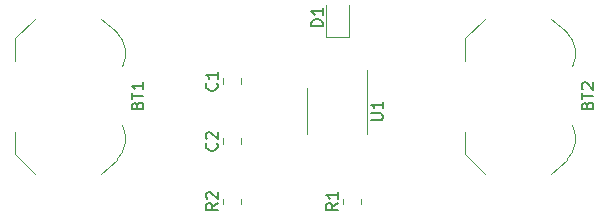
<source format=gbr>
%TF.GenerationSoftware,KiCad,Pcbnew,(5.1.10)-1*%
%TF.CreationDate,2021-10-03T20:45:00-07:00*%
%TF.ProjectId,IntroProject,496e7472-6f50-4726-9f6a-6563742e6b69,rev?*%
%TF.SameCoordinates,Original*%
%TF.FileFunction,Legend,Top*%
%TF.FilePolarity,Positive*%
%FSLAX46Y46*%
G04 Gerber Fmt 4.6, Leading zero omitted, Abs format (unit mm)*
G04 Created by KiCad (PCBNEW (5.1.10)-1) date 2021-10-03 20:45:00*
%MOMM*%
%LPD*%
G01*
G04 APERTURE LIST*
%ADD10C,0.120000*%
%ADD11C,0.150000*%
G04 APERTURE END LIST*
D10*
%TO.C,BT1*%
X136950000Y-97990000D02*
X135300000Y-96340000D01*
X135300000Y-86540000D02*
X136950000Y-84890000D01*
X135300000Y-86540000D02*
X135300000Y-88440000D01*
X135300000Y-96340000D02*
X135300000Y-94440000D01*
X142550000Y-97990000D02*
X143900000Y-96840000D01*
X142550000Y-84890000D02*
X143900000Y-86040000D01*
X144396458Y-88938306D02*
G75*
G03*
X143900000Y-86040000I-2296458J1098306D01*
G01*
X144397607Y-93944098D02*
G75*
G02*
X143900000Y-96840000I-2297607J-1095902D01*
G01*
%TO.C,BT2*%
X180650000Y-84890000D02*
X182000000Y-86040000D01*
X180650000Y-97990000D02*
X182000000Y-96840000D01*
X173400000Y-96340000D02*
X173400000Y-94440000D01*
X173400000Y-86540000D02*
X173400000Y-88440000D01*
X173400000Y-86540000D02*
X175050000Y-84890000D01*
X175050000Y-97990000D02*
X173400000Y-96340000D01*
X182497607Y-93944098D02*
G75*
G02*
X182000000Y-96840000I-2297607J-1095902D01*
G01*
X182496458Y-88938306D02*
G75*
G03*
X182000000Y-86040000I-2296458J1098306D01*
G01*
%TO.C,C1*%
X152935000Y-90431252D02*
X152935000Y-89908748D01*
X154405000Y-90431252D02*
X154405000Y-89908748D01*
%TO.C,C2*%
X154405000Y-95511252D02*
X154405000Y-94988748D01*
X152935000Y-95511252D02*
X152935000Y-94988748D01*
%TO.C,D1*%
X163520000Y-86442500D02*
X163520000Y-83757500D01*
X161600000Y-86442500D02*
X163520000Y-86442500D01*
X161600000Y-83757500D02*
X161600000Y-86442500D01*
%TO.C,R1*%
X164565000Y-100557064D02*
X164565000Y-100102936D01*
X163095000Y-100557064D02*
X163095000Y-100102936D01*
%TO.C,R2*%
X152935000Y-100557064D02*
X152935000Y-100102936D01*
X154405000Y-100557064D02*
X154405000Y-100102936D01*
%TO.C,U1*%
X165120000Y-92710000D02*
X165120000Y-89260000D01*
X165120000Y-92710000D02*
X165120000Y-94660000D01*
X160000000Y-92710000D02*
X160000000Y-90760000D01*
X160000000Y-92710000D02*
X160000000Y-94660000D01*
%TO.C,BT1*%
D11*
X145628571Y-92225714D02*
X145676190Y-92082857D01*
X145723809Y-92035238D01*
X145819047Y-91987619D01*
X145961904Y-91987619D01*
X146057142Y-92035238D01*
X146104761Y-92082857D01*
X146152380Y-92178095D01*
X146152380Y-92559047D01*
X145152380Y-92559047D01*
X145152380Y-92225714D01*
X145200000Y-92130476D01*
X145247619Y-92082857D01*
X145342857Y-92035238D01*
X145438095Y-92035238D01*
X145533333Y-92082857D01*
X145580952Y-92130476D01*
X145628571Y-92225714D01*
X145628571Y-92559047D01*
X145152380Y-91701904D02*
X145152380Y-91130476D01*
X146152380Y-91416190D02*
X145152380Y-91416190D01*
X146152380Y-90273333D02*
X146152380Y-90844761D01*
X146152380Y-90559047D02*
X145152380Y-90559047D01*
X145295238Y-90654285D01*
X145390476Y-90749523D01*
X145438095Y-90844761D01*
%TO.C,BT2*%
X183728571Y-92225714D02*
X183776190Y-92082857D01*
X183823809Y-92035238D01*
X183919047Y-91987619D01*
X184061904Y-91987619D01*
X184157142Y-92035238D01*
X184204761Y-92082857D01*
X184252380Y-92178095D01*
X184252380Y-92559047D01*
X183252380Y-92559047D01*
X183252380Y-92225714D01*
X183300000Y-92130476D01*
X183347619Y-92082857D01*
X183442857Y-92035238D01*
X183538095Y-92035238D01*
X183633333Y-92082857D01*
X183680952Y-92130476D01*
X183728571Y-92225714D01*
X183728571Y-92559047D01*
X183252380Y-91701904D02*
X183252380Y-91130476D01*
X184252380Y-91416190D02*
X183252380Y-91416190D01*
X183347619Y-90844761D02*
X183300000Y-90797142D01*
X183252380Y-90701904D01*
X183252380Y-90463809D01*
X183300000Y-90368571D01*
X183347619Y-90320952D01*
X183442857Y-90273333D01*
X183538095Y-90273333D01*
X183680952Y-90320952D01*
X184252380Y-90892380D01*
X184252380Y-90273333D01*
%TO.C,C1*%
X152347142Y-90336666D02*
X152394761Y-90384285D01*
X152442380Y-90527142D01*
X152442380Y-90622380D01*
X152394761Y-90765238D01*
X152299523Y-90860476D01*
X152204285Y-90908095D01*
X152013809Y-90955714D01*
X151870952Y-90955714D01*
X151680476Y-90908095D01*
X151585238Y-90860476D01*
X151490000Y-90765238D01*
X151442380Y-90622380D01*
X151442380Y-90527142D01*
X151490000Y-90384285D01*
X151537619Y-90336666D01*
X152442380Y-89384285D02*
X152442380Y-89955714D01*
X152442380Y-89670000D02*
X151442380Y-89670000D01*
X151585238Y-89765238D01*
X151680476Y-89860476D01*
X151728095Y-89955714D01*
%TO.C,C2*%
X152347142Y-95416666D02*
X152394761Y-95464285D01*
X152442380Y-95607142D01*
X152442380Y-95702380D01*
X152394761Y-95845238D01*
X152299523Y-95940476D01*
X152204285Y-95988095D01*
X152013809Y-96035714D01*
X151870952Y-96035714D01*
X151680476Y-95988095D01*
X151585238Y-95940476D01*
X151490000Y-95845238D01*
X151442380Y-95702380D01*
X151442380Y-95607142D01*
X151490000Y-95464285D01*
X151537619Y-95416666D01*
X151537619Y-95035714D02*
X151490000Y-94988095D01*
X151442380Y-94892857D01*
X151442380Y-94654761D01*
X151490000Y-94559523D01*
X151537619Y-94511904D01*
X151632857Y-94464285D01*
X151728095Y-94464285D01*
X151870952Y-94511904D01*
X152442380Y-95083333D01*
X152442380Y-94464285D01*
%TO.C,D1*%
X161362380Y-85495595D02*
X160362380Y-85495595D01*
X160362380Y-85257500D01*
X160410000Y-85114642D01*
X160505238Y-85019404D01*
X160600476Y-84971785D01*
X160790952Y-84924166D01*
X160933809Y-84924166D01*
X161124285Y-84971785D01*
X161219523Y-85019404D01*
X161314761Y-85114642D01*
X161362380Y-85257500D01*
X161362380Y-85495595D01*
X161362380Y-83971785D02*
X161362380Y-84543214D01*
X161362380Y-84257500D02*
X160362380Y-84257500D01*
X160505238Y-84352738D01*
X160600476Y-84447976D01*
X160648095Y-84543214D01*
%TO.C,R1*%
X162632380Y-100496666D02*
X162156190Y-100830000D01*
X162632380Y-101068095D02*
X161632380Y-101068095D01*
X161632380Y-100687142D01*
X161680000Y-100591904D01*
X161727619Y-100544285D01*
X161822857Y-100496666D01*
X161965714Y-100496666D01*
X162060952Y-100544285D01*
X162108571Y-100591904D01*
X162156190Y-100687142D01*
X162156190Y-101068095D01*
X162632380Y-99544285D02*
X162632380Y-100115714D01*
X162632380Y-99830000D02*
X161632380Y-99830000D01*
X161775238Y-99925238D01*
X161870476Y-100020476D01*
X161918095Y-100115714D01*
%TO.C,R2*%
X152472380Y-100496666D02*
X151996190Y-100830000D01*
X152472380Y-101068095D02*
X151472380Y-101068095D01*
X151472380Y-100687142D01*
X151520000Y-100591904D01*
X151567619Y-100544285D01*
X151662857Y-100496666D01*
X151805714Y-100496666D01*
X151900952Y-100544285D01*
X151948571Y-100591904D01*
X151996190Y-100687142D01*
X151996190Y-101068095D01*
X151567619Y-100115714D02*
X151520000Y-100068095D01*
X151472380Y-99972857D01*
X151472380Y-99734761D01*
X151520000Y-99639523D01*
X151567619Y-99591904D01*
X151662857Y-99544285D01*
X151758095Y-99544285D01*
X151900952Y-99591904D01*
X152472380Y-100163333D01*
X152472380Y-99544285D01*
%TO.C,U1*%
X165412380Y-93471904D02*
X166221904Y-93471904D01*
X166317142Y-93424285D01*
X166364761Y-93376666D01*
X166412380Y-93281428D01*
X166412380Y-93090952D01*
X166364761Y-92995714D01*
X166317142Y-92948095D01*
X166221904Y-92900476D01*
X165412380Y-92900476D01*
X166412380Y-91900476D02*
X166412380Y-92471904D01*
X166412380Y-92186190D02*
X165412380Y-92186190D01*
X165555238Y-92281428D01*
X165650476Y-92376666D01*
X165698095Y-92471904D01*
%TD*%
M02*

</source>
